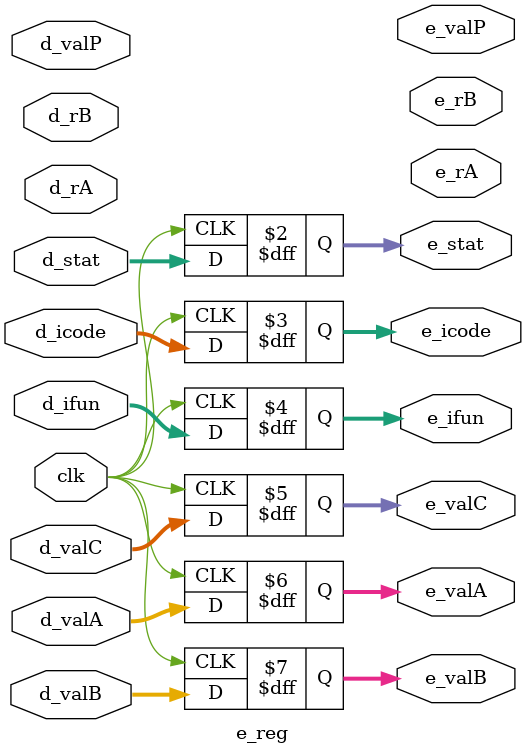
<source format=v>
`timescale 1ns / 1ps

module e_reg(
  clk,
  d_stat,d_icode,d_ifun,d_rA,d_rB,d_valC,d_valP,d_valA,d_valB,
  e_stat,e_icode,e_ifun,e_rA,e_rB,e_valC,e_valP,e_valA,e_valB
);  
  input clk;
  input [2:0]  d_stat;
  input [3:0]  d_icode;
  input [3:0]  d_ifun;
  input [3:0]  d_rA;
  input [3:0]  d_rB;
  input [63:0] d_valC;
  input [63:0] d_valP;
  input [63:0] d_valA;
  input [63:0] d_valB;
  output reg [2:0]  e_stat;
  output reg [3:0]  e_icode;
  output reg [3:0]  e_ifun;
  output reg [3:0]  e_rA;
  output reg [3:0]  e_rB;
  output reg [63:0] e_valC;
  output reg [63:0] e_valP;
  output reg [63:0] e_valA;
  output reg [63:0] e_valB;

  always@(posedge clk)
  begin
    e_stat = d_stat ;
    e_icode= d_icode;
    e_ifun = d_ifun ;
    e_valC = d_valC ;
    e_valA = d_valA ;
    e_valB = d_valB ;
  end
endmodule
</source>
